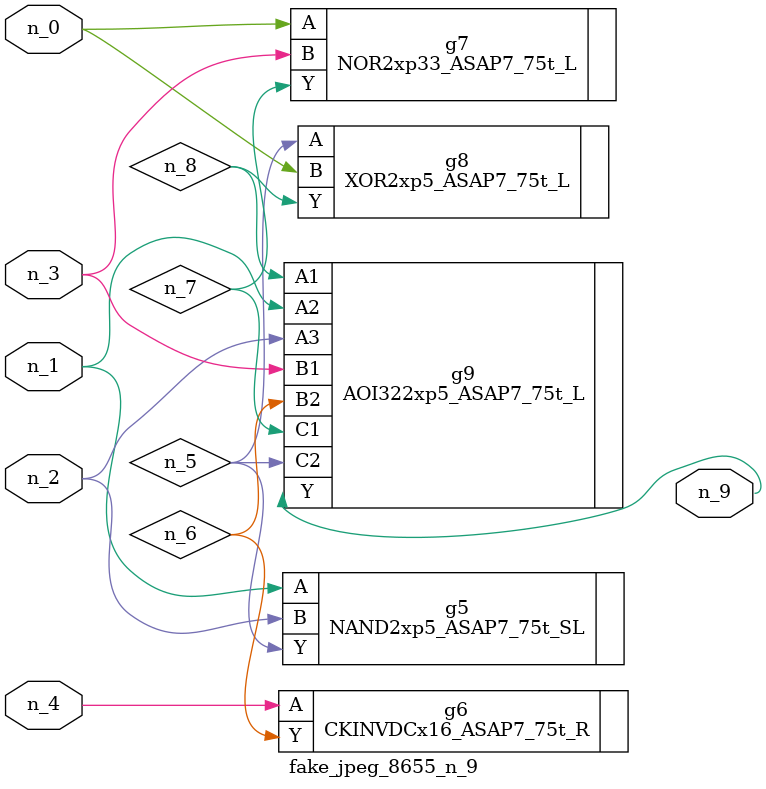
<source format=v>
module fake_jpeg_8655_n_9 (n_3, n_2, n_1, n_0, n_4, n_9);

input n_3;
input n_2;
input n_1;
input n_0;
input n_4;

output n_9;

wire n_8;
wire n_6;
wire n_5;
wire n_7;

NAND2xp5_ASAP7_75t_SL g5 ( 
.A(n_1),
.B(n_2),
.Y(n_5)
);

CKINVDCx16_ASAP7_75t_R g6 ( 
.A(n_4),
.Y(n_6)
);

NOR2xp33_ASAP7_75t_L g7 ( 
.A(n_0),
.B(n_3),
.Y(n_7)
);

XOR2xp5_ASAP7_75t_L g8 ( 
.A(n_5),
.B(n_0),
.Y(n_8)
);

AOI322xp5_ASAP7_75t_L g9 ( 
.A1(n_8),
.A2(n_1),
.A3(n_2),
.B1(n_3),
.B2(n_6),
.C1(n_7),
.C2(n_5),
.Y(n_9)
);


endmodule
</source>
